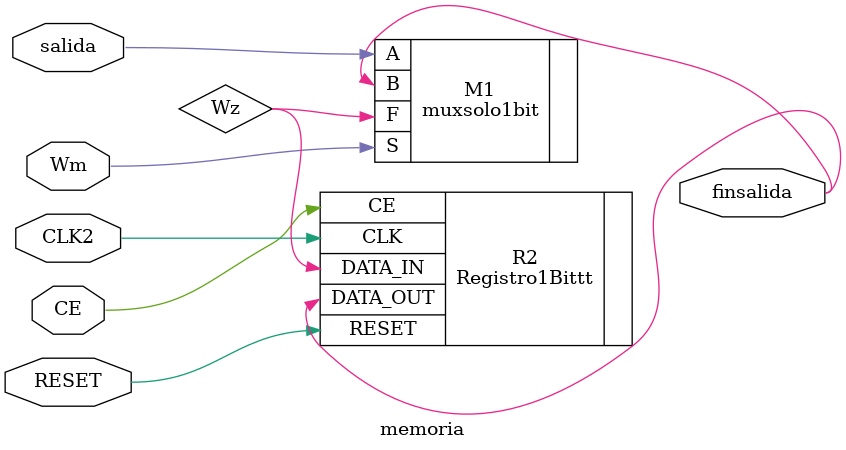
<source format=v>
`timescale 1ns / 1ps


module memoria(
input CLK2,
input salida,// es la salida que manda el sumador completo y entra a la memoria
input Wm,
input CE,
input RESET,
output finsalida
   );
wire Wz;

muxsolo1bit M1(
.A(salida),
.B(finsalida),
.S(Wm),
.F(Wz)
);

Registro1Bittt R2(
.DATA_IN(Wz),
.CE(CE),
.CLK(CLK2),
.RESET(RESET),
.DATA_OUT(finsalida)
 );

endmodule

</source>
